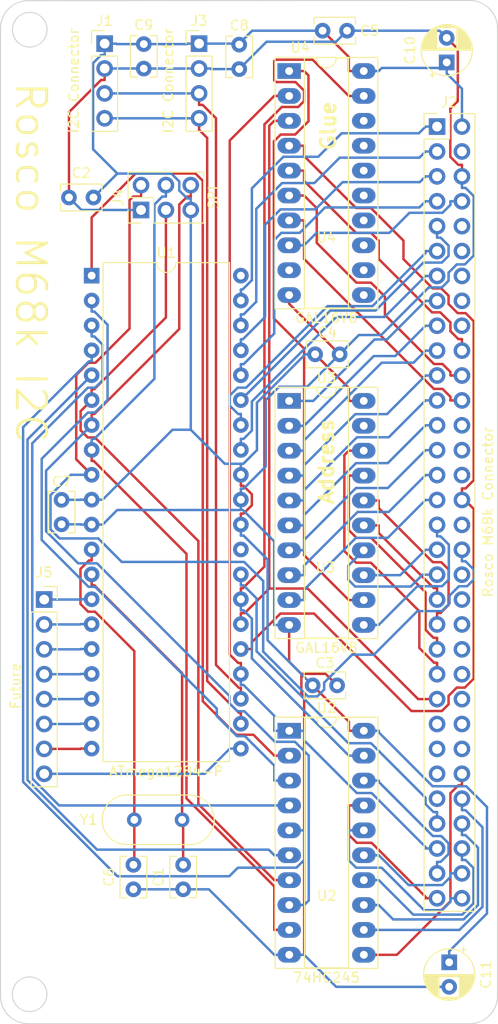
<source format=kicad_pcb>
(kicad_pcb (version 20211014) (generator pcbnew)
  (layers (0 "F.Cu" signal) (31 "B.Cu" signal) (34 "B.Paste" user) (35 "F.Paste" user) (36 "B.SilkS" user "B.Silkscreen") (37 "F.SilkS" user "F.Silkscreen") (38 "B.Mask" user) (39 "F.Mask" user) (44 "Edge.Cuts" user))
  (net 0 "")
  (net 1 "VCC")
  (net 2 "GND")
  (net 3 "/SDA")
  (net 4 "/SCL")
  (net 5 "/A1")
  (net 6 "/A2")
  (net 7 "/CLK")
  (net 8 "/A3")
  (net 9 "/A4")
  (net 10 "/~{VPA}")
  (net 11 "/A5")
  (net 12 "/E")
  (net 13 "/A6")
  (net 14 "/~{VMA}")
  (net 15 "/A7")
  (net 16 "/~{IRQ3}")
  (net 17 "/A8")
  (net 18 "/~{IOSEL}")
  (net 19 "/A9")
  (net 20 "/~{EXPSEL}")
  (net 21 "/A10")
  (net 22 "/FC0")
  (net 23 "/A11")
  (net 24 "/FC1")
  (net 25 "/A12")
  (net 26 "/FC2")
  (net 27 "/A13")
  (net 28 "/~{IRQ5}")
  (net 29 "/A14")
  (net 30 "/~{IRQ2}")
  (net 31 "/A15")
  (net 32 "/~{IRQ6}")
  (net 33 "/A16")
  (net 34 "/~{LDS}")
  (net 35 "/A17")
  (net 36 "/~{UDS}")
  (net 37 "/A18")
  (net 38 "/~{RESET}")
  (net 39 "/A19")
  (net 40 "/D15")
  (net 41 "/A20")
  (net 42 "/D14")
  (net 43 "/A21")
  (net 44 "/D13")
  (net 45 "/A22")
  (net 46 "/D12")
  (net 47 "/A23")
  (net 48 "/D11")
  (net 49 "/~{AS}")
  (net 50 "/D10")
  (net 51 "/~{BERR}")
  (net 52 "/D9")
  (net 53 "/~{BG}")
  (net 54 "/D8")
  (net 55 "/~{BGACK}")
  (net 56 "/BUSD7")
  (net 57 "/~{BR}")
  (net 58 "/BUSD6")
  (net 59 "/~{DTACK}")
  (net 60 "/BUSD5")
  (net 61 "/R~{W}")
  (net 62 "/BUSD4")
  (net 63 "/BUSD0")
  (net 64 "/BUSD3")
  (net 65 "/BUSD1")
  (net 66 "/BUSD2")
  (net 67 "/D0")
  (net 68 "/D1")
  (net 69 "/D2")
  (net 70 "/D3")
  (net 71 "/D4")
  (net 72 "/D5")
  (net 73 "/D6")
  (net 74 "/D7")
  (net 75 "/~{I2CENABLE}")
  (net 76 "/~{I2CSEL}")
  (net 85 "Net-(J5-Pad1)")
  (net 86 "Net-(J5-Pad2)")
  (net 87 "Net-(J5-Pad3)")
  (net 88 "Net-(J5-Pad4)")
  (net 89 "Net-(J5-Pad5)")
  (net 90 "Net-(J5-Pad6)")
  (net 91 "Net-(J5-Pad7)")
  (net 92 "Net-(J5-Pad8)")
  (net 97 "/XTAL1")
  (net 98 "/XTAL2")
  (footprint "Capacitor_THT:C_Rect_L4.0mm_W2.5mm_P2.50mm" (layer "F.Cu") (at 202.966 21.082)
    (fp_text reference "C5")
    (fp_text value ".1uF" hide)
  )
  (footprint "Package_DIP:DIP-20_W7.62mm_Socket_LongPads" (layer "F.Cu") (at 199.56 92.515)
    (fp_text reference "U2")
    (fp_text value "74HC245")
  )
  (footprint "Connector_PinHeader_2.54mm:PinHeader_1x04_P2.54mm_Vertical" (layer "F.Cu") (at 190.35 22.4)
    (fp_text reference "J3")
    (fp_text value "I2C Connector")
  )
  (footprint "Capacitor_THT:C_Rect_L4.0mm_W2.5mm_P2.50mm" (layer "F.Cu") (at 184.7 22.45 -90)
    (fp_text reference "C9")
    (fp_text value ".1uF")
  )
  (footprint "Capacitor_THT:C_Rect_L4.0mm_W2.5mm_P2.50mm" (layer "F.Cu") (at 202.204 54.102)
    (fp_text reference "C4")
    (fp_text value ".1uF" hide)
  )
  (footprint "Package_DIP:DIP-40_W15.24mm" (layer "F.Cu") (at 179.375 46.075)
    (fp_text reference "U1")
    (fp_text value "ATmega1284-P")
  )
  (footprint "Capacitor_THT:C_Rect_L4.0mm_W2.5mm_P2.50mm" (layer "F.Cu") (at 177.058 38.1)
    (fp_text reference "C2")
    (fp_text value ".1uF")
  )
  (footprint "Crystal:Crystal_HC49-4H_Vertical" (layer "F.Cu") (at 183.732 101.6)
    (fp_text reference "Y1")
    (fp_text value "Crystal")
  )
  (footprint "Capacitor_THT:C_Rect_L4.0mm_W2.5mm_P2.50mm" (layer "F.Cu") (at 194.45 22.5 -90)
    (fp_text reference "C8")
    (fp_text value ".1uF")
  )
  (footprint "Package_DIP:DIP-20_W7.62mm_Socket_LongPads" (layer "F.Cu") (at 199.55 25.2)
    (fp_text reference "U4")
    (fp_text value "GAL16V8")
  )
  (footprint "Capacitor_THT:CP_Radial_D5.0mm_P2.50mm" (layer "F.Cu") (at 215.9 116.1429 -90)
    (fp_text reference "C11")
    (fp_text value "100uF")
  )
  (footprint "Capacitor_THT:CP_Radial_D5.0mm_P2.50mm" (layer "F.Cu") (at 215.646 24.3191 90)
    (fp_text reference "C10")
    (fp_text value "100uF")
  )
  (footprint "Connector_PinHeader_2.54mm:PinHeader_1x04_P2.54mm_Vertical" (layer "F.Cu") (at 180.7 22.4)
    (fp_text reference "J1")
    (fp_text value "I2C Connector")
  )
  (footprint "Package_DIP:DIP-20_W7.62mm_Socket_LongPads" (layer "F.Cu") (at 199.55 58.8575)
    (fp_text reference "U3")
    (fp_text value "GAL16V8")
  )
  (footprint "Capacitor_THT:C_Rect_L4.0mm_W2.5mm_P2.50mm" (layer "F.Cu") (at 183.642 108.692 90)
    (fp_text reference "C6")
    (fp_text value "15pf" hide)
  )
  (footprint "Connector_PinHeader_2.54mm:PinHeader_2x03_P2.54mm_Vertical" (layer "F.Cu") (at 184.419 39.375 90)
    (fp_text reference "J4")
    (fp_text value "SPI")
  )
  (footprint "Capacitor_THT:C_Rect_L4.0mm_W2.5mm_P2.50mm" (layer "F.Cu") (at 176.3 68.95 -90)
    (fp_text reference "C7")
    (fp_text value ".1uF")
  )
  (footprint "Connector_PinHeader_2.54mm:PinHeader_2x32_P2.54mm_Vertical" (layer "F.Cu") (at 214.662 30.866)
    (fp_text reference "J2")
    (fp_text value "Rosco M68k Connector")
  )
  (footprint "Connector_PinSocket_2.54mm:PinSocket_1x08_P2.54mm_Vertical" (layer "F.Cu") (at 174.525 79.125)
    (fp_text reference "J5")
    (fp_text value "Future")
  )
  (footprint "Capacitor_THT:C_Rect_L4.0mm_W2.5mm_P2.50mm" (layer "F.Cu") (at 201.95 87.884)
    (fp_text reference "C3")
    (fp_text value ".1uF" hide)
  )
  (footprint "Capacitor_THT:C_Rect_L4.0mm_W2.5mm_P2.50mm" (layer "F.Cu") (at 188.722 108.692 90)
    (fp_text reference "C1")
    (fp_text value "15pf" hide)
  )
  (gr_line (start 170.060194 119.560194) (end 170.060194 20.858046) (layer "Edge.Cuts") (width 0.1))
  (gr_line (start 220.839806 119.560194) (end 220.839806 20.839806) (layer "Edge.Cuts") (width 0.1))
  (gr_arc (start 218 18) (mid 220.008046 18.83176) (end 220.839806 20.839806) (layer "Edge.Cuts") (width 0.1))
  (gr_circle (center 173.032234 119.4) (end 174.282234 120.65) (layer "Edge.Cuts") (width 0.1) (fill none))
  (gr_line (start 172.9 122.4) (end 218 122.4) (layer "Edge.Cuts") (width 0.1))
  (gr_line (start 218 18) (end 172.9 18.01824) (layer "Edge.Cuts") (width 0.1))
  (gr_circle (center 173.05 20.982234) (end 174.3 22.232234) (layer "Edge.Cuts") (width 0.1) (fill none))
  (gr_arc (start 220.839806 119.560194) (mid 220.008046 121.56824) (end 218 122.4) (layer "Edge.Cuts") (width 0.1))
  (gr_arc (start 170.060194 20.858046) (mid 170.891954 18.85) (end 172.9 18.01824) (layer "Edge.Cuts") (width 0.1))
  (gr_arc (start 172.9 122.4) (mid 170.891954 121.56824) (end 170.060194 119.560194) (layer "Edge.Cuts") (width 0.1))
  (gr_text "Address" (at 203.35 65.05 90) (layer "F.SilkS") (effects (font (size 1.5 1.5) (thickness 0.3))))
  (gr_text "Rosco M68k I2C" (at 173.15 44.75 -90) (layer "F.SilkS") (effects (font (size 3 3) (thickness 0.3))))
  (gr_text "Glue" (at 203.55 30.8 90) (layer "F.SilkS") (effects (font (size 1.5 1.5) (thickness 0.3))))
  (segment (start 195.7403 68.3819) (end 195.7403 69.5058) (width 0.25) (layer "F.Cu") (net 1))
  (segment (start 205.6447 23.7607) (end 202.966 21.082) (width 0.25) (layer "F.Cu") (net 1))
  (segment (start 207.17 25.2) (end 205.6447 25.2) (width 0.25) (layer "F.Cu") (net 1))
  (segment (start 207.18 92.515) (end 205.6547 92.515) (width 0.25) (layer "F.Cu") (net 1))
  (segment (start 201.95 87.884) (end 205.6547 91.5887) (width 0.25) (layer "F.Cu") (net 1))
  (segment (start 194.8787 67.5203) (end 195.7403 68.3819) (width 0.25) (layer "F.Cu") (net 1))
  (segment (start 205.6547 91.5887) (end 205.6547 92.515) (width 0.25) (layer "F.Cu") (net 1))
  (segment (start 194.615 67.5203) (end 194.8787 67.5203) (width 0.25) (layer "F.Cu") (net 1))
  (segment (start 194.615 71.475) (end 194.615 70.3497) (width 0.25) (layer "F.Cu") (net 1))
  (segment (start 205.6447 25.2) (end 205.6447 23.7607) (width 0.25) (layer "F.Cu") (net 1))
  (segment (start 207.17 58.8575) (end 205.6447 58.8575) (width 0.25) (layer "F.Cu") (net 1))
  (segment (start 194.8964 70.3497) (end 194.615 70.3497) (width 0.25) (layer "F.Cu") (net 1))
  (segment (start 195.7403 69.5058) (end 194.8964 70.3497) (width 0.25) (layer "F.Cu") (net 1))
  (segment (start 205.6447 57.5427) (end 205.6447 58.8575) (width 0.25) (layer "F.Cu") (net 1))
  (segment (start 202.204 54.102) (end 205.6447 57.5427) (width 0.25) (layer "F.Cu") (net 1))
  (segment (start 194.615 66.395) (end 194.615 67.5203) (width 0.25) (layer "F.Cu") (net 1))
  (segment (start 217.202 30.866) (end 217.202 27.0004) (width 0.25) (layer "B.Cu") (net 1))
  (segment (start 176.3 68.95) (end 178.2347 68.95) (width 0.25) (layer "B.Cu") (net 1))
  (segment (start 188.3237 37.3918) (end 189.1316 38.1997) (width 0.25) (layer "B.Cu") (net 1))
  (segment (start 178.8124 68.935) (end 179.375 68.935) (width 0.25) (layer "B.Cu") (net 1))
  (segment (start 179.375 68.935) (end 180.5003 68.935) (width 0.25) (layer "B.Cu") (net 1))
  (segment (start 189.499 39.375) (end 189.499 38.1997) (width 0.25) (layer "B.Cu") (net 1))
  (segment (start 179.5203 33.1815) (end 179.5203 24.3877) (width 0.25) (layer "B.Cu") (net 1))
  (segment (start 219.7618 100.2941) (end 219.7618 111.1558) (width 0.25) (layer "B.Cu") (net 1))
  (segment (start 181.9253 22.45) (end 181.8753 22.4) (width 0.25) (layer "B.Cu") (net 1))
  (segment (start 181.9984 35.6596) (end 179.5203 33.1815) (width 0.25) (layer "B.Cu") (net 1))
  (segment (start 207.17 25.2) (end 208.6953 25.2) (width 0.25) (layer "B.Cu") (net 1))
  (segment (start 194.615 71.475) (end 194.615 72.6003) (width 0.25) (layer "B.Cu") (net 1))
  (segment (start 194.45 22.4) (end 191.5253 22.4) (width 0.25) (layer "B.Cu") (net 1))
  (segment (start 217.6437 98.176) (end 219.7618 100.2941) (width 0.25) (layer "B.Cu") (net 1))
  (segment (start 189.1316 38.1997) (end 189.499 38.1997) (width 0.25) (layer "B.Cu") (net 1))
  (segment (start 189.499 39.375) (end 189.499 61.8001) (width 0.25) (layer "B.Cu") (net 1))
  (segment (start 180.7 22.4) (end 181.8753 22.4) (width 0.25) (layer "B.Cu") (net 1))
  (segment (start 194.869 65.2697) (end 194.615 65.2697) (width 0.25) (layer "B.Cu") (net 1))
  (segment (start 178.2347 68.95) (end 178.2497 68.935) (width 0.25) (layer "B.Cu") (net 1))
  (segment (start 194.615 66.395) (end 194.615 65.2697) (width 0.25) (layer "B.Cu") (net 1))
  (segment (start 215.9 116.1429) (end 215.9 115.0176) (width 0.25) (layer "B.Cu") (net 1))
  (segment (start 215.646 24.8817) (end 215.646 25.4444) (width 0.25) (layer "B.Cu") (net 1))
  (segment (start 189.1747 22.4) (end 189.1247 22.45) (width 0.25) (layer "B.Cu") (net 1))
  (segment (start 189.1247 22.45) (end 184.7 22.45) (width 0.25) (layer "B.Cu") (net 1))
  (segment (start 201.95 87.884) (end 197.3494 83.2834) (width 0.25) (layer "B.Cu") (net 1))
  (segment (start 187.5182 35.6596) (end 188.3237 36.4651) (width 0.25) (layer "B.Cu") (net 1))
  (segment (start 215.646 24.8817) (end 209.0136 24.8817) (width 0.25) (layer "B.Cu") (net 1))
  (segment (start 181.9984 35.6596) (end 187.5182 35.6596) (width 0.25) (layer "B.Cu") (net 1))
  (segment (start 188.3237 36.4651) (end 188.3237 37.3918) (width 0.25) (layer "B.Cu") (net 1))
  (segment (start 187.6352 61.8001) (end 189.499 61.8001) (width 0.25) (layer "B.Cu") (net 1))
  (segment (start 208.7053 92.6736) (end 214.2077 98.176) (width 0.25) (layer "B.Cu") (net 1))
  (segment (start 217.202 27.0004) (end 215.646 25.4444) (width 0.25) (layer "B.Cu") (net 1))
  (segment (start 179.558 38.1) (end 181.9984 35.6596) (width 0.25) (layer "B.Cu") (net 1))
  (segment (start 208.7053 92.515) (end 208.7053 92.6736) (width 0.25) (layer "B.Cu") (net 1))
  (segment (start 209.0136 24.8817) (end 208.6953 25.2) (width 0.25) (layer "B.Cu") (net 1))
  (segment (start 189.499 61.8001) (end 192.9686 65.2697) (width 0.25) (layer "B.Cu") (net 1))
  (segment (start 180.7 22.4) (end 180.7 23.5753) (width 0.25) (layer "B.Cu") (net 1))
  (segment (start 201.1944 54.102) (end 196.2581 59.0383) (width 0.25) (layer "B.Cu") (net 1))
  (segment (start 180.3327 23.5753) (end 180.7 23.5753) (width 0.25) (layer "B.Cu") (net 1))
  (segment (start 194.45 22.5) (end 194.45 22.4) (width 0.25) (layer "B.Cu") (net 1))
  (segment (start 219.7618 111.1558) (end 215.9 115.0176) (width 0.25) (layer "B.Cu") (net 1))
  (segment (start 180.5003 68.935) (end 187.6352 61.8001) (width 0.25) (layer "B.Cu") (net 1))
  (segment (start 196.2581 63.8806) (end 194.869 65.2697) (width 0.25) (layer "B.Cu") (net 1))
  (segment (start 196.2581 59.0383) (end 196.2581 63.8806) (width 0.25) (layer "B.Cu") (net 1))
  (segment (start 214.2077 98.176) (end 217.6437 98.176) (width 0.25) (layer "B.Cu") (net 1))
  (segment (start 178.8124 68.935) (end 178.2497 68.935) (width 0.25) (layer "B.Cu") (net 1))
  (segment (start 195.768 21.082) (end 202.966 21.082) (width 0.25) (layer "B.Cu") (net 1))
  (segment (start 197.3494 75.0533) (end 194.8964 72.6003) (width 0.25) (layer "B.Cu") (net 1))
  (segment (start 194.45 22.4) (end 195.768 21.082) (width 0.25) (layer "B.Cu") (net 1))
  (segment (start 190.35 22.4) (end 189.1747 22.4) (width 0.25) (layer "B.Cu") (net 1))
  (segment (start 197.3494 83.2834) (end 197.3494 75.0533) (width 0.25) (layer "B.Cu") (net 1))
  (segment (start 179.5203 24.3877) (end 180.3327 23.5753) (width 0.25) (layer "B.Cu") (net 1))
  (segment (start 207.18 92.515) (end 208.7053 92.515) (width 0.25) (layer "B.Cu") (net 1))
  (segment (start 190.35 22.4) (end 191.5253 22.4) (width 0.25) (layer "B.Cu") (net 1))
  (segment (start 194.8964 72.6003) (end 194.615 72.6003) (width 0.25) (layer "B.Cu") (net 1))
  (segment (start 184.7 22.45) (end 181.9253 22.45) (width 0.25) (layer "B.Cu") (net 1))
  (segment (start 192.9686 65.2697) (end 194.615 65.2697) (width 0.25) (layer "B.Cu") (net 1))
  (segment (start 215.646 24.3191) (end 215.646 24.8817) (width 0.25) (layer "B.Cu") (net 1))
  (segment (start 202.204 54.102) (end 201.1944 54.102) (width 0.25) (layer "B.Cu") (net 1))
  (segment (start 216.7809 22.954) (end 215.646 21.8191) (width 0.25) (layer "F.Cu") (net 2))
  (segment (start 216.8347 34.7707) (end 216.0146 33.9506) (width 0.25) (layer "F.Cu") (net 2))
  (segment (start 200.7974 86.7078) (end 200.7974 88.7214) (width 0.25) (layer "F.Cu") (net 2))
  (segment (start 200.7974 88.7214) (end 201.0853 89.0093) (width 0.25) (layer "F.Cu") (net 2))
  (segment (start 216.0146 29.032) (end 216.7809 28.2657) (width 0.25) (layer "F.Cu") (net 2))
  (segment (start 180.7 26.1153) (end 180.3327 26.1153) (width 0.25) (layer "F.Cu") (net 2))
  (segment (start 180.3327 26.1153) (end 177.058 29.39) (width 0.25) (layer "F.Cu") (net 2))
  (segment (start 216.7809 28.2657) (end 216.7809 22.954) (width 0.25) (layer "F.Cu") (net 2))
  (segment (start 203.2738 86.7078) (end 204.45 87.884) (width 0.25) (layer "F.Cu") (net 2))
  (segment (start 217.202 34.7707) (end 216.8347 34.7707) (width 0.25) (layer "F.Cu") (net 2))
  (segment (start 200.7974 86.7078) (end 203.2738 86.7078) (width 0.25) (layer "F.Cu") (net 2))
  (segment (start 180.7 24.94) (end 180.7 26.1153) (width 0.25) (layer "F.Cu") (net 2))
  (segment (start 199.55 85.4604) (end 200.7974 86.7078) (width 0.25) (layer "F.Cu") (net 2))
  (segment (start 204.704 54.102) (end 199.55 48.948) (width 0.25) (layer "F.Cu") (net 2))
  (segment (start 199.55 81.7175) (end 199.55 85.4604) (width 0.25) (layer "F.Cu") (net 2))
  (segment (start 217.202 35.946) (end 217.202 34.7707) (width 0.25) (layer "F.Cu") (net 2))
  (segment (start 201.0853 89.0093) (end 201.0853 115.375) (width 0.25) (layer "F.Cu") (net 2))
  (segment (start 216.0146 33.9506) (end 216.0146 29.032) (width 0.25) (layer "F.Cu") (net 2))
  (segment (start 199.55 48.948) (end 199.55 48.06) (width 0.25) (layer "F.Cu") (net 2))
  (segment (start 177.058 29.39) (end 177.058 38.1) (width 0.25) (layer "F.Cu") (net 2))
  (segment (start 199.56 115.375) (end 201.0853 115.375) (width 0.25) (layer "F.Cu") (net 2))
  (segment (start 217.202 37.1213) (end 217.5693 37.1213) (width 0.25) (layer "B.Cu") (net 2))
  (segment (start 208.9526 52.1355) (end 206.6705 52.1355) (width 0.25) (layer "B.Cu") (net 2))
  (segment (start 206.6705 52.1355) (end 204.704 54.102) (width 0.25) (layer "B.Cu") (net 2))
  (segment (start 190.35 24.94) (end 189.1747 24.94) (width 0.25) (layer "B.Cu") (net 2))
  (segment (start 184.7 24.945) (end 184.7 24.95) (width 0.25) (layer "B.Cu") (net 2))
  (segment (start 194.615 68.935) (end 194.615 69.9894) (width 0.25) (layer "B.Cu") (net 2))
  (segment (start 190.35 24.94) (end 191.5253 24.94) (width 0.25) (layer "B.Cu") (net 2))
  (segment (start 199.56 115.375) (end 201.0853 115.375) (width 0.25) (layer "B.Cu") (net 2))
  (segment (start 216.6764 44.9306) (end 215.8374 45.7696) (width 0.25) (layer "B.Cu") (net 2))
  (segment (start 217.202 35.946) (end 217.202 37.1213) (width 0.25) (layer "B.Cu") (net 2))
  (segment (start 194.8963 67.8097) (end 194.615 67.8097) (width 0.25) (layer "B.Cu") (net 2))
  (segment (start 178.333 39.375) (end 177.058 38.1) (width 0.25) (layer "B.Cu") (net 2))
  (segment (start 178.8124 71.475) (end 179.375 71.475) (width 0.25) (layer "B.Cu") (net 2))
  (segment (start 176.3 71.45) (end 178.2247 71.45) (width 0.25) (layer "B.Cu") (net 2))
  (segment (start 204.3406 22.2074) (end 205.466 21.082) (width 0.25) (layer "B.Cu") (net 2))
  (segment (start 198.0347 115.375) (end 191.3517 108.692) (width 0.25) (layer "B.Cu") (net 2))
  (segment (start 215.8374 46.5954) (end 215.1514 47.2814) (width 0.25) (layer "B.Cu") (net 2))
  (segment (start 199.55 81.7175) (end 198.0247 81.7175) (width 0.25) (layer "B.Cu") (net 2))
  (segment (start 197.2426 22.2074) (end 204.3406 22.2074) (width 0.25) (layer "B.Cu") (net 2))
  (segment (start 178.2247 71.45) (end 178.2497 71.475) (width 0.25) (layer "B.Cu") (net 2))
  (segment (start 198.7974 115.375) (end 199.56 115.375) (width 0.25) (layer "B.Cu") (net 2))
  (segment (start 188.722 108.692) (end 183.642 108.692) (width 0.25) (layer "B.Cu") (net 2))
  (segment (start 215.1514 47.2814) (end 213.8067 47.2814) (width 0.25) (layer "B.Cu") (net 2))
  (segment (start 191.3517 108.692) (end 188.722 108.692) (width 0.25) (layer "B.Cu") (net 2))
  (segment (start 180.7 24.94) (end 184.695 24.94) (width 0.25) (layer "B.Cu") (net 2))
  (segment (start 194.615 69.9894) (end 194.8254 69.9894) (width 0.25) (layer "B.Cu") (net 2))
  (segment (start 215.8374 45.7696) (end 215.8374 46.5954) (width 0.25) (layer "B.Cu") (net 2))
  (segment (start 204.704 54.102) (end 201.3914 57.4146) (width 0.25) (layer "B.Cu") (net 2))
  (segment (start 191.5853 25) (end 194.45 25) (width 0.25) (layer "B.Cu") (net 2))
  (segment (start 178.8124 71.475) (end 178.2497 71.475) (width 0.25) (layer "B.Cu") (net 2))
  (segment (start 194.615 68.935) (end 194.615 67.8097) (width 0.25) (layer "B.Cu") (net 2))
  (segment (start 201.0853 115.375) (end 204.3532 118.6429) (width 0.25) (layer "B.Cu") (net 2))
  (segment (start 218.4033 37.9553) (end 218.4033 44.0272) (width 0.25) (layer "B.Cu") (net 2))
  (segment (start 179.375 71.475) (end 180.5003 71.475) (width 0.25) (layer "B.Cu") (net 2))
  (segment (start 181.9859 69.9894) (end 180.5003 71.475) (width 0.25) (layer "B.Cu") (net 2))
  (segment (start 204.3532 118.6429) (end 215.9 118.6429) (width 0.25) (layer "B.Cu") (net 2))
  (segment (start 191.5253 24.94) (end 191.5853 25) (width 0.25) (layer "B.Cu") (net 2))
  (segment (start 214.9089 21.082) (end 215.646 21.8191) (width 0.25) (layer "B.Cu") (net 2))
  (segment (start 197.1578 58.7755) (end 197.1578 65.5482) (width 0.25) (layer "B.Cu") (net 2))
  (segment (start 189.1697 24.945) (end 189.1747 24.94) (width 0.25) (layer "B.Cu") (net 2))
  (segment (start 218.4033 44.0272) (end 217.4999 44.9306) (width 0.25) (layer "B.Cu") (net 2))
  (segment (start 213.8067 47.2814) (end 208.9526 52.1355) (width 0.25) (layer "B.Cu") (net 2))
  (segment (start 194.45 25) (end 197.2426 22.2074) (width 0.25) (layer "B.Cu") (net 2))
  (segment (start 184.7 24.945) (end 189.1697 24.945) (width 0.25) (layer "B.Cu") (net 2))
  (segment (start 198.5187 57.4146) (end 197.1578 58.7755) (width 0.25) (layer "B.Cu") (net 2))
  (segment (start 197.1578 65.5482) (end 194.8963 67.8097) (width 0.25) (layer "B.Cu") (net 2))
  (segment (start 194.8254 69.9894) (end 198.0247 73.1887) (width 0.25) (layer "B.Cu") (net 2))
  (segment (start 198.7974 115.375) (end 198.0347 115.375) (width 0.25) (layer "B.Cu") (net 2))
  (segment (start 205.466 21.082) (end 214.9089 21.082) (width 0.25) (layer "B.Cu") (net 2))
  (segment (start 217.5693 37.1213) (end 218.4033 37.9553) (width 0.25) (layer "B.Cu") (net 2))
  (segment (start 201.3914 57.4146) (end 198.5187 57.4146) (width 0.25) (layer "B.Cu") (net 2))
  (segment (start 184.419 39.375) (end 178.333 39.375) (width 0.25) (layer "B.Cu") (net 2))
  (segment (start 194.615 69.9894) (end 181.9859 69.9894) (width 0.25) (layer "B.Cu") (net 2))
  (segment (start 217.4999 44.9306) (end 216.6764 44.9306) (width 0.25) (layer "B.Cu") (net 2))
  (segment (start 184.695 24.94) (end 184.7 24.945) (width 0.25) (layer "B.Cu") (net 2))
  (segment (start 198.0247 73.1887) (end 198.0247 81.7175) (width 0.25) (layer "B.Cu") (net 2))
  (segment (start 190.35 27.48) (end 190.35 28.6553) (width 0.25) (layer "F.Cu") (net 3))
  (segment (start 194.615 88.1297) (end 194.4103 88.1297) (width 0.25) (layer "F.Cu") (net 3))
  (segment (start 194.4103 88.1297) (end 192.0751 85.7945) (width 0.25) (layer "F.Cu") (net 3))
  (segment (start 194.615 89.255) (end 194.615 88.1297) (width 0.25) (layer "F.Cu") (net 3))
  (segment (start 192.0751 30.013) (end 190.7174 28.6553) (width 0.25) (layer "F.Cu") (net 3))
  (segment (start 190.7174 28.6553) (end 190.35 28.6553) (width 0.25) (layer "F.Cu") (net 3))
  (segment (start 192.0751 85.7945) (end 192.0751 30.013) (width 0.25) (layer "F.Cu") (net 3))
  (segment (start 180.7 27.48) (end 190.35 27.48) (width 0.25) (layer "B.Cu") (net 3))
  (segment (start 191.1747 32.02) (end 190.35 31.1953) (width 0.25) (layer "F.Cu") (net 4))
  (segment (start 190.35 30.02) (end 190.35 31.1953) (width 0.25) (layer "F.Cu") (net 4))
  (segment (start 194.4105 90.6697) (end 191.1747 87.4339) (width 0.25) (layer "F.Cu") (net 4))
  (segment (start 194.615 90.6697) (end 194.4105 90.6697) (width 0.25) (layer "F.Cu") (net 4))
  (segment (start 191.1747 87.4339) (end 191.1747 32.02) (width 0.25) (layer "F.Cu") (net 4))
  (segment (start 194.615 91.795) (end 194.615 90.6697) (width 0.25) (layer "F.Cu") (net 4))
  (segment (start 180.7 30.02) (end 190.35 30.02) (width 0.25) (layer "B.Cu") (net 4))
  (segment (start 194.615 48.615) (end 194.615 47.4897) (width 0.25) (layer "B.Cu") (net 5))
  (segment (start 198.9632 33.9454) (end 195.7403 37.1683) (width 0.25) (layer "B.Cu") (net 5))
  (segment (start 202.5199 33.9454) (end 198.9632 33.9454) (width 0.25) (layer "B.Cu") (net 5))
  (segment (start 195.7403 46.5413) (end 194.7919 47.4897) (width 0.25) (layer "B.Cu") (net 5))
  (segment (start 214.662 30.866) (end 213.4867 30.866) (width 0.25) (layer "B.Cu") (net 5))
  (segment (start 204.9153 31.55) (end 202.5199 33.9454) (width 0.25) (layer "B.Cu") (net 5))
  (segment (start 213.4867 30.866) (end 212.8027 31.55) (width 0.25) (layer "B.Cu") (net 5))
  (segment (start 195.7403 37.1683) (end 195.7403 46.5413) (width 0.25) (layer "B.Cu") (net 5))
  (segment (start 194.7919 47.4897) (end 194.615 47.4897) (width 0.25) (layer "B.Cu") (net 5))
  (segment (start 212.8027 31.55) (end 204.9153 31.55) (width 0.25) (layer "B.Cu") (net 5))
  (segment (start 196.1906 39.2623) (end 196.1906 48.7355) (width 0.25) (layer "B.Cu") (net 6))
  (segment (start 202.1253 36.63) (end 198.8229 36.63) (width 0.25) (layer "B.Cu") (net 6))
  (segment (start 214.662 33.406) (end 213.4867 33.406) (width 0.25) (layer "B.Cu") (net 6))
  (segment (start 213.4867 33.406) (end 212.8543 34.0384) (width 0.25) (layer "B.Cu") (net 6))
  (segment (start 204.7169 34.0384) (end 202.1253 36.63) (width 0.25) (layer "B.Cu") (net 6))
  (segment (start 194.615 51.155) (end 194.615 50.0297) (width 0.25) (layer "B.Cu") (net 6))
  (segment (start 196.1906 48.7355) (end 194.8964 50.0297) (width 0.25) (layer "B.Cu") (net 6))
  (segment (start 212.8543 34.0384) (end 204.7169 34.0384) (width 0.25) (layer "B.Cu") (net 6))
  (segment (start 198.8229 36.63) (end 196.1906 39.2623) (width 0.25) (layer "B.Cu") (net 6))
  (segment (start 194.8964 50.0297) (end 194.615 50.0297) (width 0.25) (layer "B.Cu") (net 6))
  (segment (start 202.2297 39.3146) (end 198.6668 39.3146) (width 0.25) (layer "B.Cu") (net 8))
  (segment (start 194.8193 52.5697) (end 194.615 52.5697) (width 0.25) (layer "B.Cu") (net 8))
  (segment (start 214.662 35.946) (end 213.4867 35.946) (width 0.25) (layer "B.Cu") (net 8))
  (segment (start 194.615 53.695) (end 194.615 52.5697) (width 0.25) (layer "B.Cu") (net 8))
  (segment (start 213.4867 35.946) (end 212.8963 36.5364) (width 0.25) (layer "B.Cu") (net 8))
  (segment (start 205.0079 36.5364) (end 202.2297 39.3146) (width 0.25) (layer "B.Cu") (net 8))
  (segment (start 212.8963 36.5364) (end 205.0079 36.5364) (width 0.25) (layer "B.Cu") (net 8))
  (segment (start 197.0912 40.8902) (end 197.0912 50.2978) (width 0.25) (layer "B.Cu") (net 8))
  (segment (start 198.6668 39.3146) (end 197.0912 40.8902) (width 0.25) (layer "B.Cu") (net 8))
  (segment (start 197.0912 50.2978) (end 194.8193 52.5697) (width 0.25) (layer "B.Cu") (net 8))
  (segment (start 198.0246 51.9814) (end 194.8963 55.1097) (width 0.25) (layer "B.Cu") (net 9))
  (segment (start 198.7559 41.7102) (end 198.0246 42.4415) (width 0.25) (layer "B.Cu") (net 9))
  (segment (start 200.6248 41.7102) (end 198.7559 41.7102) (width 0.25) (layer "B.Cu") (net 9))
  (segment (start 214.662 38.486) (end 213.4867 38.486) (width 0.25) (layer "B.Cu") (net 9))
  (segment (start 213.4867 38.486) (end 212.8543 39.1184) (width 0.25) (layer "B.Cu") (net 9))
  (segment (start 212.8543 39.1184) (end 203.2166 39.1184) (width 0.25) (layer "B.Cu") (net 9))
  (segment (start 203.2166 39.1184) (end 200.6248 41.7102) (width 0.25) (layer "B.Cu") (net 9))
  (segment (start 198.0246 42.4415) (end 198.0246 51.9814) (width 0.25) (layer "B.Cu") (net 9))
  (segment (start 194.8963 55.1097) (end 194.615 55.1097) (width 0.25) (layer "B.Cu") (net 9))
  (segment (start 194.615 56.235) (end 194.615 55.1097) (width 0.25) (layer "B.Cu") (net 9))
  (segment (start 216.0267 38.486) (end 216.0267 38.8534) (width 0.25) (layer "B.Cu") (net 10))
  (segment (start 215.2188 39.6613) (end 211.8451 39.6613) (width 0.25) (layer "B.Cu") (net 10))
  (segment (start 199.55 42.98) (end 201.0753 42.98) (width 0.25) (layer "B.Cu") (net 10))
  (segment (start 216.0267 38.8534) (end 215.2188 39.6613) (width 0.25) (layer "B.Cu") (net 10))
  (segment (start 211.8451 39.6613) (end 209.7964 41.71) (width 0.25) (layer "B.Cu") (net 10))
  (segment (start 217.202 38.486) (end 216.0267 38.486) (width 0.25) (layer "B.Cu") (net 10))
  (segment (start 202.3453 41.71) (end 201.0753 42.98) (width 0.25) (layer "B.Cu") (net 10))
  (segment (start 209.7964 41.71) (end 202.3453 41.71) (width 0.25) (layer "B.Cu") (net 10))
  (segment (start 208.3728 49.6358) (end 203.7542 49.6358) (width 0.25) (layer "B.Cu") (net 11))
  (segment (start 215.8374 44.0554) (end 215.1514 44.7414) (width 0.25) (layer "B.Cu") (net 11))
  (segment (start 215.0293 42.2013) (end 215.8374 43.0094) (width 0.25) (layer "B.Cu") (net 11))
  (segment (start 214.662 41.026) (end 214.662 42.2013) (width 0.25) (layer "B.Cu") (net 11))
  (segment (start 215.1514 44.7414) (end 213.2672 44.7414) (width 0.25) (layer "B.Cu") (net 11))
  (segment (start 203.7542 49.6358) (end 194.615 58.775) (width 0.25) (layer "B.Cu") (net 11))
  (segment (start 214.662 42.2013) (end 215.0293 42.2013) (width 0.25) (layer "B.Cu") (net 11))
  (segment (start 215.8374 43.0094) (end 215.8374 44.0554) (width 0.25) (layer "B.Cu") (net 11))
  (segment (start 213.2672 44.7414) (end 208.3728 49.6358) (width 0.25) (layer "B.Cu") (net 11))
  (segment (start 213.4867 43.566) (end 213.4867 43.7608) (width 0.25) (layer "B.Cu") (net 13))
  (segment (start 214.662 43.566) (end 213.4867 43.566) (width 0.25) (layer "B.Cu") (net 13))
  (segment (start 194.615 61.315) (end 194.615 60.1897) (width 0.25) (layer "B.Cu") (net 13))
  (segment (start 195.1582 57.505) (end 194.2932 57.505) (width 0.25) (layer "B.Cu") (net 13))
  (segment (start 194.2932 57.505) (end 193.4897 58.3085) (width 0.25) (layer "B.Cu") (net 13))
  (segment (start 203.4778 49.1854) (end 195.1582 57.505) (width 0.25) (layer "B.Cu") (net 13))
  (segment (start 193.4897 59.3458) (end 194.3336 60.1897) (width 0.25) (layer "B.Cu") (net 13))
  (segment (start 194.3336 60.1897) (end 194.615 60.1897) (width 0.25) (layer "B.Cu") (net 13))
  (segment (start 213.4867 43.7608) (end 208.0621 49.1854) (width 0.25) (layer "B.Cu") (net 13))
  (segment (start 193.4897 58.3085) (end 193.4897 59.3458) (width 0.25) (layer "B.Cu") (net 13))
  (segment (start 208.0621 49.1854) (end 203.4778 49.1854) (width 0.25) (layer "B.Cu") (net 13))
  (segment (start 209.2991 50.2936) (end 204.3659 50.2936) (width 0.25) (layer "B.Cu") (net 15))
  (segment (start 195.7403 61.8858) (end 194.8964 62.7297) (width 0.25) (layer "B.Cu") (net 15))
  (segment (start 214.662 46.106) (end 213.4867 46.106) (width 0.25) (layer "B.Cu") (net 15))
  (segment (start 213.4867 46.106) (end 209.2991 50.2936) (width 0.25) (layer "B.Cu") (net 15))
  (segment (start 194.615 63.855) (end 194.615 62.7297) (width 0.25) (layer "B.Cu") (net 15))
  (segment (start 204.3659 50.2936) (end 195.7403 58.9192) (width 0.25) (layer "B.Cu") (net 15))
  (segment (start 194.8964 62.7297) (end 194.615 62.7297) (width 0.25) (layer "B.Cu") (net 15))
  (segment (start 195.7403 58.9192) (end 195.7403 61.8858) (width 0.25) (layer "B.Cu") (net 15))
  (segment (start 209.5468 52.5859) (end 208.2788 52.5859) (width 0.25) (layer "B.Cu") (net 17))
  (segment (start 208.2788 52.5859) (end 202.0072 58.8575) (width 0.25) (layer "B.Cu") (net 17))
  (segment (start 202.0072 58.8575) (end 199.55 58.8575) (width 0.25) (layer "B.Cu") (net 17))
  (segment (start 213.4867 48.646) (end 209.5468 52.5859) (width 0.25) (layer "B.Cu") (net 17))
  (segment (start 214.662 48.646) (end 213.4867 48.646) (width 0.25) (layer "B.Cu") (net 17))
  (segment (start 199.55 61.3975) (end 201.0753 61.3975) (width 0.25) (layer "B.Cu") (net 19))
  (segment (start 214.662 51.186) (end 213.4867 51.186) (width 0.25) (layer "B.Cu") (net 19))
  (segment (start 210.3922 54.2805) (end 208.1923 54.2805) (width 0.25) (layer "B.Cu") (net 19))
  (segment (start 208.1923 54.2805) (end 201.0753 61.3975) (width 0.25) (layer "B.Cu") (net 19))
  (segment (start 213.4867 51.186) (end 210.3922 54.2805) (width 0.25) (layer "B.Cu") (net 19))
  (segment (start 199.55 63.9375) (end 201.0753 63.9375) (width 0.25) (layer "B.Cu") (net 21))
  (segment (start 212.2568 54.9559) (end 213.4867 53.726) (width 0.25) (layer "B.Cu") (net 21))
  (segment (start 214.662 53.726) (end 213.4867 53.726) (width 0.25) (layer "B.Cu") (net 21))
  (segment (start 209.0083 54.9559) (end 212.2568 54.9559) (width 0.25) (layer "B.Cu") (net 21))
  (segment (start 201.0753 63.9375) (end 201.0753 62.8889) (width 0.25) (layer "B.Cu") (net 21))
  (segment (start 201.0753 62.8889) (end 209.0083 54.9559) (width 0.25) (layer "B.Cu") (net 21))
  (segment (start 214.9921 49.8214) (end 216.0267 50.856) (width 0.25) (layer "F.Cu") (net 22))
  (segment (start 208.6954 42.4962) (end 208.6954 44.3702) (width 0.25) (layer "F.Cu") (net 22))
  (segment (start 201.0753 35.36) (end 201.0753 36.4086) (width 0.25) (layer "F.Cu") (net 22))
  (segment (start 216.0267 51.7428) (end 216.8346 52.5507) (width 0.25) (layer "F.Cu") (net 22))
  (segment (start 217.202 53.726) (end 217.202 52.5507) (width 0.25) (layer "F.Cu") (net 22))
  (segment (start 199.55 35.36) (end 201.0753 35.36) (width 0.25) (layer "F.Cu") (net 22))
  (segment (start 216.8346 52.5507) (end 217.202 52.5507) (width 0.25) (layer "F.Cu") (net 22))
  (segment (start 208.6954 44.3702) (end 214.1466 49.8214) (width 0.25) (layer "F.Cu") (net 22))
  (segment (start 207.9092 41.71) (end 208.6954 42.4962) (width 0.25) (layer "F.Cu") (net 22))
  (segment (start 216.0267 50.856) (end 216.0267 51.7428) (width 0.25) (layer "F.Cu") (net 22))
  (segment (start 214.1466 49.8214) (end 214.9921 49.8214) (width 0.25) (layer "F.Cu") (net 22))
  (segment (start 201.0753 36.4086) (end 206.3767 41.71) (width 0.25) (layer "F.Cu") (net 22))
  (segment (start 206.3767 41.71) (end 207.9092 41.71) (width 0.25) (layer "F.Cu") (net 22))
  (segment (start 201.0753 66.4775) (end 201.0753 65.44) (width 0.25) (layer "B.Cu") (net 23))
  (segment (start 214.662 56.266) (end 213.4867 56.266) (width 0.25) (layer "B.Cu") (net 23))
  (segment (start 199.55 66.4775) (end 201.0753 66.4775) (width 0.25) (layer "B.Cu") (net 23))
  (segment (start 206.3073 60.208) (end 209.5447 60.208) (width 0.25) (layer "B.Cu") (net 23))
  (segment (start 209.5447 60.208) (end 213.4867 56.266) (width 0.25) (layer "B.Cu") (net 23))
  (segment (start 201.0753 65.44) (end 206.3073 60.208) (width 0.25) (layer "B.Cu") (net 23))
  (segment (start 214.3456 55.0907) (end 209.3319 50.077) (width 0.25) (layer "F.Cu") (net 24))
  (segment (start 206.4236 46.79) (end 202.3692 42.7356) (width 0.25) (layer "F.Cu") (net 24))
  (segment (start 202.3692 42.7356) (end 202.3692 39.1939) (width 0.25) (layer "F.Cu") (net 24))
  (segment (start 199.55 37.9) (end 201.0753 37.9) (width 0.25) (layer "F.Cu") (net 24))
  (segment (start 202.3692 39.1939) (end 201.0753 37.9) (width 0.25) (layer "F.Cu") (net 24))
  (segment (start 217.202 56.266) (end 216.0267 56.266) (width 0.25) (layer "F.Cu") (net 24))
  (segment (start 207.9108 46.79) (end 206.4236 46.79) (width 0.25) (layer "F.Cu") (net 24))
  (segment (start 216.0267 56.266) (end 216.0267 55.8986) (width 0.25) (layer "F.Cu") (net 24))
  (segment (start 215.2188 55.0907) (end 214.3456 55.0907) (width 0.25) (layer "F.Cu") (net 24))
  (segment (start 209.3319 48.2111) (end 207.9108 46.79) (width 0.25) (layer "F.Cu") (net 24))
  (segment (start 216.0267 55.8986) (end 215.2188 55.0907) (width 0.25) (layer "F.Cu") (net 24))
  (segment (start 209.3319 50.077) (end 209.3319 48.2111) (width 0.25) (layer "F.Cu") (net 24))
  (segment (start 201.0753 67.9689) (end 206.477 62.5672) (width 0.25) (layer "B.Cu") (net 25))
  (segment (start 214.662 58.806) (end 213.4867 58.806) (width 0.25) (layer "B.Cu") (net 25))
  (segment (start 201.0753 69.0175) (end 201.0753 67.9689) (width 0.25) (layer "B.Cu") (net 25))
  (segment (start 199.55 69.0175) (end 201.0753 69.0175) (width 0.25) (layer "B.Cu") (net 25))
  (segment (start 206.477 62.5672) (end 209.7255 62.5672) (width 0.25) (layer "B.Cu") (net 25))
  (segment (start 209.7255 62.5672) (end 213.4867 58.806) (width 0.25) (layer "B.Cu") (net 25))
  (segment (start 216.0267 58.806) (end 216.0267 58.4386) (width 0.25) (layer "F.Cu") (net 26))
  (segment (start 201.0753 44.3701) (end 201.0753 40.44) (width 0.25) (layer "F.Cu") (net 26))
  (segment (start 214.3359 57.6307) (end 201.0753 44.3701) (width 0.25) (layer "F.Cu") (net 26))
  (segment (start 199.55 40.44) (end 201.0753 40.44) (width 0.25) (layer "F.Cu") (net 26))
  (segment (start 215.2188 57.6307) (end 214.3359 57.6307) (width 0.25) (layer "F.Cu") (net 26))
  (segment (start 217.202 58.806) (end 216.0267 58.806) (width 0.25) (layer "F.Cu") (net 26))
  (segment (start 216.0267 58.4386) (end 215.2188 57.6307) (width 0.25) (layer "F.Cu") (net 26))
  (segment (start 199.55 71.5575) (end 201.0753 71.5575) (width 0.25) (layer "B.Cu") (net 27))
  (segment (start 206.3767 65.2075) (end 201.0753 70.5089) (width 0.25) (layer "B.Cu") (net 27))
  (segment (start 209.6252 65.2075) (end 206.3767 65.2075) (width 0.25) (layer "B.Cu") (net 27))
  (segment (start 201.0753 70.5089) (end 201.0753 71.5575) (width 0.25) (layer "B.Cu") (net 27))
  (segment (start 213.4867 61.346) (end 209.6252 65.2075) (width 0.25) (layer "B.Cu") (net 27))
  (segment (start 214.662 61.346) (end 213.4867 61.346) (width 0.25) (layer "B.Cu") (net 27))
  (segment (start 214.662 63.886) (end 213.4867 63.886) (width 0.25) (layer "B.Cu") (net 29))
  (segment (start 206.3767 67.7475) (end 201.0753 73.0489) (width 0.25) (layer "B.Cu") (net 29))
  (segment (start 213.4867 63.886) (end 209.6252 67.7475) (width 0.25) (layer "B.Cu") (net 29))
  (segment (start 199.55 74.0975) (end 201.0753 74.0975) (width 0.25) (layer "B.Cu") (net 29))
  (segment (start 209.6252 67.7475) (end 206.3767 67.7475) (width 0.25) (layer "B.Cu") (net 29))
  (segment (start 201.0753 73.0489) (end 201.0753 74.0975) (width 0.25) (layer "B.Cu") (net 29))
  (segment (start 213.4867 66.426) (end 209.728 70.1847) (width 0.25) (layer "B.Cu") (net 31))
  (segment (start 206.5474 70.1847) (end 201.0753 75.6568) (width 0.25) (layer "B.Cu") (net 31))
  (segment (start 214.662 66.426) (end 213.4867 66.426) (width 0.25) (layer "B.Cu") (net 31))
  (segment (start 209.728 70.1847) (end 206.5474 70.1847) (width 0.25) (layer "B.Cu") (net 31))
  (segment (start 199.55 76.6375) (end 201.0753 76.6375) (width 0.25) (layer "B.Cu") (net 31))
  (segment (start 201.0753 75.6568) (end 201.0753 76.6375) (width 0.25) (layer "B.Cu") (net 31))
  (segment (start 199.55 79.1775) (end 201.0753 79.1775) (width 0.25) (layer "B.Cu") (net 33))
  (segment (start 201.0753 78.1289) (end 201.0753 79.1775) (width 0.25) (layer "B.Cu") (net 33))
  (segment (start 213.4867 68.966) (end 209.6252 72.8275) (width 0.25) (layer "B.Cu") (net 33))
  (segment (start 206.3767 72.8275) (end 201.0753 78.1289) (width 0.25) (layer "B.Cu") (net 33))
  (segment (start 209.6252 72.8275) (end 206.3767 72.8275) (width 0.25) (layer "B.Cu") (net 33))
  (segment (start 214.662 68.966) (end 213.4867 68.966) (width 0.25) (layer "B.Cu") (net 33))
  (segment (start 218.4033 66.9567) (end 218.4033 50.7248) (width 0.25) (layer "F.Cu") (net 34))
  (segment (start 217.5693 67.7907) (end 218.4033 66.9567) (width 0.25) (layer "F.Cu") (net 34))
  (segment (start 217.202 68.966) (end 217.202 68.6721) (width 0.25) (layer "F.Cu") (net 34))
  (segment (start 217.202 68.6721) (end 217.202 67.7907) (width 0.25) (layer "F.Cu") (net 34))
  (segment (start 194.615 84.175) (end 195.7403 84.175) (width 0.25) (layer "F.Cu") (net 34))
  (segment (start 215.8374 88.9496) (end 215.8374 89.8116) (width 0.25) (layer "F.Cu") (net 34))
  (segment (start 214.2121 47.376) (end 211.2291 44.393) (width 0.25) (layer "F.Cu") (net 34))
  (segment (start 201.0753 33.8686) (end 201.0753 32.82) (width 0.25) (layer "F.Cu") (net 34))
  (segment (start 215.1459 90.5031) (end 212.0438 90.5031) (width 0.25) (layer "F.Cu") (net 34))
  (segment (start 207.8967 39.17) (end 206.3767 39.17) (width 0.25) (layer "F.Cu") (net 34))
  (segment (start 212.0438 90.5031) (end 202.0967 80.556) (width 0.25) (layer "F.Cu") (net 34))
  (segment (start 211.2291 42.5024) (end 207.8967 39.17) (width 0.25) (layer "F.Cu") (net 34))
  (segment (start 217.5798 49.9013) (end 216.7638 49.9013) (width 0.25) (layer "F.Cu") (net 34))
  (segment (start 215.093 47.376) (end 214.2121 47.376) (width 0.25) (layer "F.Cu") (net 34))
  (segment (start 218.4033 87.2072) (end 217.4999 88.1106) (width 0.25) (layer "F.Cu") (net 34))
  (segment (start 215.8374 48.9749) (end 215.8374 48.1204) (width 0.25) (layer "F.Cu") (net 34))
  (segment (start 211.2291 44.393) (end 211.2291 42.5024) (width 0.25) (layer "F.Cu") (net 34))
  (segment (start 216.7638 49.9013) (end 215.8374 48.9749) (width 0.25) (layer "F.Cu") (net 34))
  (segment (start 217.202 67.7907) (end 217.5693 67.7907) (width 0.25) (layer "F.Cu") (net 34))
  (segment (start 217.202 68.6721) (end 218.4033 69.8734) (width 0.25) (layer "F.Cu") (net 34))
  (segment (start 206.3767 39.17) (end 201.0753 33.8686) (width 0.25) (layer "F.Cu") (net 34))
  (segment (start 218.4033 50.7248) (end 217.5798 49.9013) (width 0.25) (layer "F.Cu") (net 34))
  (segment (start 202.0967 80.556) (end 198.656 80.556) (width 0.25) (layer "F.Cu") (net 34))
  (segment (start 218.4033 69.8734) (end 218.4033 87.2072) (width 0.25) (layer "F.Cu") (net 34))
  (segment (start 215.8374 89.8116) (end 215.1459 90.5031) (width 0.25) (layer "F.Cu") (net 34))
  (segment (start 198.656 80.556) (end 195.7403 83.4717) (width 0.25) (layer "F.Cu") (net 34))
  (segment (start 217.4999 88.1106) (end 216.6764 88.1106) (width 0.25) (layer "F.Cu") (net 34))
  (segment (start 215.8374 48.1204) (end 215.093 47.376) (width 0.25) (layer "F.Cu") (net 34))
  (segment (start 195.7403 83.4717) (end 195.7403 84.175) (width 0.25) (layer "F.Cu") (net 34))
  (segment (start 199.55 32.82) (end 201.0753 32.82) (width 0.25) (layer "F.Cu") (net 34))
  (segment (start 216.6764 88.1106) (end 215.8374 88.9496) (width 0.25) (layer "F.Cu") (net 34))
  (segment (start 214.662 71.506) (end 214.662 72.6813) (width 0.25) (layer "B.Cu") (net 35))
  (segment (start 215.8622 77.0777) (end 215.1696 77.7703) (width 0.25) (layer "B.Cu") (net 35))
  (segment (start 214.662 72.6813) (end 215.0293 72.6813) (width 0.25) (layer "B.Cu") (net 35))
  (segment (start 207.17 81.7175) (end 208.6953 81.7175) (width 0.25) (layer "B.Cu") (net 35))
  (segment (start 215.0293 72.6813) (end 215.8622 73.5142) (width 0.25) (layer "B.Cu") (net 35))
  (segment (start 215.1696 77.7703) (end 212.6425 77.7703) (width 0.25) (layer "B.Cu") (net 35))
  (segment (start 215.8622 73.5142) (end 215.8622 77.0777) (width 0.25) (layer "B.Cu") (net 35))
  (segment (start 212.6425 77.7703) (end 208.6953 81.7175) (width 0.25) (layer "B.Cu") (net 35))
  (segment (start 210.8952 76.6375) (end 207.17 76.6375) (width 0.25) (layer "B.Cu") (net 37))
  (segment (start 214.662 74.046) (end 213.4867 74.046) (width 0.25) (layer "B.Cu") (net 37))
  (segment (start 213.4867 74.046) (end 210.8952 76.6375) (width 0.25) (layer "B.Cu") (net 37))
  (segment (start 183.6109 38.0103) (end 183.2437 38.3775) (width 0.25) (layer "F.Cu") (net 38))
  (segment (start 177.7979 56.2146) (end 177.7979 64.8179) (width 0.25) (layer "F.Cu") (net 38))
  (segment (start 183.2437 51.4845) (end 179.7632 54.965) (width 0.25) (layer "F.Cu") (net 38))
  (segment (start 177.7979 64.8179) (end 179.375 66.395) (width 0.25) (layer "F.Cu") (net 38))
  (segment (start 184.419 38.0103) (end 183.6109 38.0103) (width 0.25) (layer "F.Cu") (net 38))
  (segment (start 184.419 36.835) (end 184.419 38.0103) (width 0.25) (layer "F.Cu") (net 38))
  (segment (start 179.0475 54.965) (end 177.7979 56.2146) (width 0.25) (layer "F.Cu") (net 38))
  (segment (start 183.2437 38.3775) (end 183.2437 51.4845) (width 0.25) (layer "F.Cu") (net 38))
  (segment (start 179.7632 54.965) (end 179.0475 54.965) (width 0.25) (layer "F.Cu") (net 38))
  (segment (start 215.932 78.7318) (end 215.932 79.5208) (width 0.25) (layer "B.Cu") (net 38))
  (segment (start 208.2095 84.7485) (end 205.9811 84.7485) (width 0.25) (layer "B.Cu") (net 38))
  (segment (start 212.6526 80.3054) (end 208.2095 84.7485) (width 0.25) (layer "B.Cu") (net 38))
  (segment (start 218.45 77.0487) (end 217.7286 77.7701) (width 0.25) (layer "B.Cu") (net 38))
  (segment (start 196.899 77.2339) (end 194.9501 75.285) (width 0.25) (layer "B.Cu") (net 38))
  (segment (start 218.45 76.102) (end 218.45 77.0487) (width 0.25) (layer "B.Cu") (net 38))
  (segment (start 217.5693 75.2213) (end 218.45 76.102) (width 0.25) (layer "B.Cu") (net 38))
  (segment (start 196.899 84.4414) (end 196.899 77.2339) (width 0.25) (layer "B.Cu") (net 38))
  (segment (start 216.8937 77.7701) (end 215.932 78.7318) (width 0.25) (layer "B.Cu") (net 38))
  (segment (start 177.2454 66.395) (end 179.375 66.395) (width 0.25) (layer "B.Cu") (net 38))
  (segment (start 215.1474 80.3054) (end 212.6526 80.3054) (width 0.25) (layer "B.Cu") (net 38))
  (segment (start 201.4671 89.0095) (end 196.899 84.4414) (width 0.25) (layer "B.Cu") (net 38))
  (segment (start 182.4452 75.285) (end 180.0499 72.8897) (width 0.25) (layer "B.Cu") (net 38))
  (segment (start 205.9811 84.7485) (end 203.1312 87.5984) (width 0.25) (layer "B.Cu") (net 38))
  (segment (start 175.1708 71.9688) (end 175.1708 68.4696) (width 0.25) (layer "B.Cu") (net 38))
  (segment (start 203.1312 88.3039) (end 202.4256 89.0095) (width 0.25) (layer "B.Cu") (net 38))
  (segment (start 203.1312 87.5984) (end 203.1312 88.3039) (width 0.25) (layer "B.Cu") (net 38))
  (segment (start 175.1708 68.4696) (end 177.2454 66.395) (width 0.25) (layer "B.Cu") (net 38))
  (segment (start 194.9501 75.285) (end 182.4452 75.285) (width 0.25) (layer "B.Cu") (net 38))
  (segment (start 217.7286 77.7701) (end 216.8937 77.7701) (width 0.25) (layer "B.Cu") (net 38))
  (segment (start 180.0499 72.8897) (end 176.0917 72.8897) (width 0.25) (layer "B.Cu") (net 38))
  (segment (start 217.202 74.046) (end 217.202 75.2213) (width 0.25) (layer "B.Cu") (net 38))
  (segment (start 202.4256 89.0095) (end 201.4671 89.0095) (width 0.25) (layer "B.Cu") (net 38))
  (segment (start 176.0917 72.8897) (end 175.1708 71.9688) (width 0.25) (layer "B.Cu") (net 38))
  (segment (start 215.932 79.5208) (end 215.1474 80.3054) (width 0.25) (layer "B.Cu") (net 38))
  (segment (start 217.202 75.2213) (end 217.5693 75.2213) (width 0.25) (layer "B.Cu") (net 38))
  (segment (start 213.1899 76.586) (end 211.9769 77.799) (width 0.25) (layer "B.Cu") (net 39))
  (segment (start 205.5892 75.6783) (end 207.17 74.0975) (width 0.25) (layer "B.Cu") (net 39))
  (segment (start 211.9769 77.799) (end 206.2887 77.799) (width 0.25) (layer "B.Cu") (net 39))
  (segment (start 214.662 76.586) (end 213.1899 76.586) (width 0.25) (layer "B.Cu") (net 39))
  (segment (start 205.5892 77.0995) (end 205.5892 75.6783) (width 0.25) (layer "B.Cu") (net 39))
  (segment (start 206.2887 77.799) (end 205.5892 77.0995) (width 0.25) (layer "B.Cu") (net 39))
  (segment (start 214.662 79.126) (end 214.662 77.9507) (width 0.25) (layer "F.Cu") (net 41))
  (segment (start 208.6953 72.3292) (end 208.6953 71.5575) (width 0.25) (layer "F.Cu") (net 41))
  (segment (start 214.662 77.9507) (end 214.3168 77.9507) (width 0.25) (layer "F.Cu") (net 41))
  (segment (start 214.3168 77.9507) (end 208.6953 72.3292) (width 0.25) (layer "F.Cu") (net 41))
  (segment (start 207.17 71.5575) (end 208.6953 71.5575) (width 0.25) (layer "F.Cu") (net 41))
  (segment (start 214.2312 75.316) (end 208.6953 69.7801) (width 0.25) (layer "F.Cu") (net 43))
  (segment (start 208.6953 69.7801) (end 208.6953 69.0175) (width 0.25) (layer "F.Cu") (net 43))
  (segment (start 214.662 80.4907) (end 215.0293 80.4907) (width 0.25) (layer "F.Cu") (net 43))
  (segment (start 215.8374 79.6826) (end 215.8374 76.0604) (width 0.25) (layer "F.Cu") (net 43))
  (segment (start 215.093 75.316) (end 214.2312 75.316) (width 0.25) (layer "F.Cu") (net 43))
  (segment (start 214.662 81.666) (end 214.662 80.4907) (width 0.25) (layer "F.Cu") (net 43))
  (segment (start 215.8374 76.0604) (end 215.093 75.316) (width 0.25) (layer "F.Cu") (net 43))
  (segment (start 207.17 69.0175) (end 208.6953 69.0175) (width 0.25) (layer "F.Cu") (net 43))
  (segment (start 215.0293 80.4907) (end 215.8374 79.6826) (width 0.25) (layer "F.Cu") (net 43))
  (segment (start 205.6447 72.0447) (end 205.6447 66.4775) (width 0.25) (layer "F.Cu") (net 45))
  (segment (start 207.17 66.4775) (end 205.6447 66.4775) (width 0.25) (layer "F.Cu") (net 45))
  (segment (start 214.2946 83.0307) (end 213.4867 82.2228) (width 0.25) (layer "F.Cu") (net 45))
  (segment (start 207.9222 72.8275) (end 206.4275 72.8275) (width 0.25) (layer "F.Cu") (net 45))
  (segment (start 213.4867 82.2228) (end 213.4867 78.392) (width 0.25) (layer "F.Cu") (net 45))
  (segment (start 213.4867 78.392) (end 207.9222 72.8275) (width 0.25) (layer "F.Cu") (net 45))
  (segment (start 214.662 84.206) (end 214.662 83.0307) (width 0.25) (layer "F.Cu") (net 45))
  (segment (start 206.4275 72.8275) (end 205.6447 72.0447) (width 0.25) (layer "F.Cu") (net 45))
  (segment (start 214.662 83.0307) (end 214.2946 83.0307) (width 0.25) (layer "F.Cu") (net 45))
  (segment (start 205.1897 74.1719) (end 206.3853 75.3675) (width 0.25) (layer "F.Cu") (net 47))
  (segment (start 207.8989 75.3675) (end 212.8497 80.3183) (width 0.25) (layer "F.Cu") (net 47))
  (segment (start 207.17 63.9375) (end 205.6447 63.9375) (width 0.25) (layer "F.Cu") (net 47))
  (segment (start 214.662 86.746) (end 214.662 85.5707) (width 0.25) (layer "F.Cu") (net 47))
  (segment (start 205.1897 64.3925) (end 205.1897 74.1719) (width 0.25) (layer "F.Cu") (net 47))
  (segment (start 214.3504 85.5707) (end 214.662 85.5707) (width 0.25) (layer "F.Cu") (net 47))
  (segment (start 212.8497 80.3183) (end 212.8497 84.07) (width 0.25) (layer "F.Cu") (net 47))
  (segment (start 205.6447 63.9375) (end 205.1897 64.3925) (width 0.25) (layer "F.Cu") (net 47))
  (segment (start 212.8497 84.07) (end 214.3504 85.5707) (width 0.25) (layer "F.Cu") (net 47))
  (segment (start 206.3853 75.3675) (end 207.8989 75.3675) (width 0.25) (layer "F.Cu") (net 47))
  (segment (start 214.662 89.286) (end 212.73 89.286) (width 0.25) (layer "F.Cu") (net 49))
  (segment (start 197.517 78.0016) (end 195.0089 80.5097) (width 0.25) (layer "F.Cu") (net 49))
  (segment (start 195.0089 80.5097) (end 194.615 80.5097) (width 0.25) (layer "F.Cu") (net 49))
  (segment (start 198.0247 30.28) (end 197.517 30.7877) (width 0.25) (layer "F.Cu") (net 49))
  (segment (start 194.615 81.635) (end 194.615 80.5097) (width 0.25) (layer "F.Cu") (net 49))
  (segment (start 201.4456 78.0016) (end 197.517 78.0016) (width 0.25) (layer "F.Cu") (net 49))
  (segment (start 197.517 30.7877) (end 197.517 78.0016) (width 0.25) (layer "F.Cu") (net 49))
  (segment (start 199.55 30.28) (end 198.0247 30.28) (width 0.25) (layer "F.Cu") (net 49))
  (segment (start 212.73 89.286) (end 201.4456 78.0016) (width 0.25) (layer "F.Cu") (net 49))
  (segment (start 217.202 96.906) (end 217.202 98.0813) (width 0.25) (layer "F.Cu") (net 56))
  (segment (start 216.0267 98.8892) (end 216.0267 109.908) (width 0.25) (layer "F.Cu") (net 56))
  (segment (start 217.202 98.0813) (end 216.8346 98.0813) (width 0.25) (layer "F.Cu") (net 56))
  (segment (start 210.5597 115.375) (end 207.18 115.375) (width 0.25) (layer "F.Cu") (net 56))
  (segment (start 216.8346 98.0813) (end 216.0267 98.8892) (width 0.25) (layer "F.Cu") (net 56))
  (segment (start 216.0267 109.908) (end 210.5597 115.375) (width 0.25) (layer "F.Cu") (net 56))
  (segment (start 219.302 102.354) (end 219.302 110.4802) (width 0.25) (layer "B.Cu") (net 58))
  (segment (start 217.5693 100.6213) (end 219.302 102.354) (width 0.25) (layer "B.Cu") (net 58))
  (segment (start 216.9472 112.835) (end 207.18 112.835) (width 0.25) (layer "B.Cu") (net 58))
  (segment (start 217.202 100.6213) (end 217.5693 100.6213) (width 0.25) (layer "B.Cu") (net 58))
  (segment (start 219.302 110.4802) (end 216.9472 112.835) (width 0.25) (layer "B.Cu") (net 58))
  (segment (start 217.202 99.446) (end 217.202 100.6213) (width 0.25) (layer "B.Cu") (net 58))
  (segment (start 196.2234 84.4027) (end 196.2234 79.0074) (width 0.25) (layer "B.Cu") (net 59))
  (segment (start 207.9162 93.785) (end 205.6057 93.785) (width 0.25) (layer "B.Cu") (net 59))
  (segment (start 194.8963 77.6803) (end 194.615 77.6803) (width 0.25) (layer "B.Cu") (net 59))
  (segment (start 214.662 101.986) (end 214.662 100.8107) (width 0.25) (layer "B.Cu") (net 59))
  (segment (start 194.615 76.555) (end 194.615 77.6803) (width 0.25) (layer "B.Cu") (net 59))
  (segment (start 213.4867 99.3555) (end 207.9162 93.785) (width 0.25) (layer "B.Cu") (net 59))
  (segment (start 205.6057 93.785) (end 196.2234 84.4027) (width 0.25) (layer "B.Cu") (net 59))
  (segment (start 213.4867 100.0028) (end 213.4867 99.3555) (width 0.25) (layer "B.Cu") (net 59))
  (segment (start 196.2234 79.0074) (end 194.8963 77.6803) (width 0.25) (layer "B.Cu") (net 59))
  (segment (start 214.2946 100.8107) (end 213.4867 100.0028) (width 0.25) (layer "B.Cu") (net 59))
  (segment (start 214.662 100.8107) (end 214.2946 100.8107) (width 0.25) (layer "B.Cu") (net 59))
  (segment (start 217.5693 103.1613) (end 218.8387 104.4307) (width 0.25) (layer "B.Cu") (net 60))
  (segment (start 207.18 110.295) (end 208.7053 110.295) (width 0.25) (layer "B.Cu") (net 60))
  (segment (start 218.8387 104.4307) (end 218.8387 110.3066) (width 0.25) (layer "B.Cu") (net 60))
  (segment (start 210.174 111.7637) (end 208.7053 110.295) (width 0.25) (layer "B.Cu") (net 60))
  (segment (start 217.3816 111.7637) (end 210.174 111.7637) (width 0.25) (layer "B.Cu") (net 60))
  (segment (start 218.8387 110.3066) (end 217.3816 111.7637) (width 0.25) (layer "B.Cu") (net 60))
  (segment (start 217.202 103.1613) (end 217.5693 103.1613) (width 0.25) (layer "B.Cu") (net 60))
  (segment (start 217.202 101.986) (end 217.202 103.1613) (width 0.25) (layer "B.Cu") (net 60))
  (segment (start 194.615 85.5897) (end 194.3337 85.5897) (width 0.25) (layer "F.Cu") (net 61))
  (segment (start 193.4811 84.7371) (end 193.4811 32.2836) (width 0.25) (layer "F.Cu") (net 61))
  (segment (start 199.55 27.74) (end 198.0247 27.74) (width 0.25) (layer "F.Cu") (net 61))
  (segment (start 194.3337 85.5897) (end 193.4811 84.7371) (width 0.25) (layer "F.Cu") (net 61))
  (segment (start 194.615 86.715) (end 194.615 85.5897) (width 0.25) (layer "F.Cu") (net 61))
  (segment (start 193.4811 32.2836) (end 198.0247 27.74) (width 0.25) (layer "F.Cu") (net 61))
  (segment (start 199.56 92.515) (end 198.0347 92.515) (width 0.25) (layer "B.Cu") (net 61))
  (segment (start 201.0853 93.4927) (end 201.0853 92.515) (width 0.25) (layer "B.Cu") (net 61))
  (segment (start 213.4867 104.3791) (end 207.9726 98.865) (width 0.25) (layer "B.Cu") (net 61))
  (segment (start 214.662 104.526) (end 213.4867 104.526) (width 0.25) (layer "B.Cu") (net 61))
  (segment (start 198.0347 90.9897) (end 198.0347 92.515) (width 0.25) (layer "B.Cu") (net 61))
  (segment (start 194.615 86.715) (end 194.615 87.8403) (width 0.25) (layer "B.Cu") (net 61))
  (segment (start 199.56 92.515) (end 201.0853 92.515) (width 0.25) (layer "B.Cu") (net 61))
  (segment (start 207.9726 98.865) (end 206.4576 98.865) (width 0.25) (layer "B.Cu") (net 61))
  (segment (start 213.4867 104.526) (end 213.4867 104.3791) (width 0.25) (layer "B.Cu") (net 61))
  (segment (start 194.8853 87.8403) (end 198.0347 90.9897) (width 0.25) (layer "B.Cu") (net 61))
  (segment (start 206.4576 98.865) (end 201.0853 93.4927) (width 0.25) (layer "B.Cu") (net 61))
  (segment (start 194.615 87.8403) (end 194.8853 87.8403) (width 0.25) (layer "B.Cu") (net 61))
  (segment (start 217.202 104.526) (end 217.202 105.7013) (width 0.25) (layer "B.Cu") (net 62))
  (segment (start 217.202 105.7013) (end 217.5693 105.7013) (width 0.25) (layer "B.Cu") (net 62))
  (segment (start 218.3796 110.1288) (end 217.2338 111.2746) (width 0.25) (layer "B.Cu") (net 62))
  (segment (start 217.5693 105.7013) (end 218.3796 106.5116) (width 0.25) (layer "B.Cu") (net 62))
  (segment (start 218.3796 106.5116) (end 218.3796 110.1288) (width 0.25) (layer "B.Cu") (net 62))
  (segment (start 207.18 107.755) (end 208.7053 107.755) (width 0.25) (layer "B.Cu") (net 62))
  (segment (start 212.2249 111.2746) (end 208.7053 107.755) (width 0.25) (layer "B.Cu") (net 62))
  (segment (start 217.2338 111.2746) (end 212.2249 111.2746) (width 0.25) (layer "B.Cu") (net 62))
  (segment (start 215.093 103.256) (end 214.2309 103.256) (width 0.25) (layer "B.Cu") (net 63))
  (segment (start 214.662 105.8907) (end 215.0293 105.8907) (width 0.25) (layer "B.Cu") (net 63))
  (segment (start 215.8374 105.0826) (end 215.8374 104.0004) (width 0.25) (layer "B.Cu") (net 63))
  (segment (start 208.7053 97.7304) (end 208.7053 97.595) (width 0.25) (layer "B.Cu") (net 63))
  (segment (start 207.18 97.595) (end 208.7053 97.595) (width 0.25) (layer "B.Cu") (net 63))
  (segment (start 215.0293 105.8907) (end 215.8374 105.0826) (width 0.25) (layer "B.Cu") (net 63))
  (segment (start 214.2309 103.256) (end 208.7053 97.7304) (width 0.25) (layer "B.Cu") (net 63))
  (segment (start 215.8374 104.0004) (end 215.093 103.256) (width 0.25) (layer "B.Cu") (net 63))
  (segment (start 214.662 107.066) (end 214.662 105.8907) (width 0.25) (layer "B.Cu") (net 63))
  (segment (start 207.18 105.215) (end 208.7053 105.215) (width 0.25) (layer "B.Cu") (net 64))
  (segment (start 216.0267 107.4333) (end 215.1982 108.2618) (width 0.25) (layer "B.Cu") (net 64))
  (segment (start 217.202 107.066) (end 216.0267 107.066) (width 0.25) (layer "B.Cu") (net 64))
  (segment (start 216.0267 107.066) (end 216.0267 107.4333) (width 0.25) (layer "B.Cu") (net 64))
  (segment (start 215.1982 108.2618) (end 211.7521 108.2618) (width 0.25) (layer "B.Cu") (net 64))
  (segment (start 211.7521 108.2618) (end 208.7053 105.215) (width 0.25) (layer "B.Cu") (net 64))
  (segment (start 213.4867 109.606) (end 213.4867 109.4591) (width 0.25) (layer "F.Cu") (net 65))
  (segment (start 207.18 100.135) (end 205.6547 100.135) (width 0.25) (layer "F.Cu") (net 65))
  (segment (start 205.6547 103.1414) (end 205.6547 100.135) (width 0.25) (layer "F.Cu") (net 65))
  (segment (start 213.4867 109.4591) (end 207.9726 103.945) (width 0.25) (layer "F.Cu") (net 65))
  (segment (start 206.4583 103.945) (end 205.6547 103.1414) (width 0.25) (layer "F.Cu") (net 65))
  (segment (start 207.9726 103.945) (end 206.4583 103.945) (width 0.25) (layer "F.Cu") (net 65))
  (segment (start 214.662 109.606) (end 213.4867 109.606) (width 0.25) (layer "F.Cu") (net 65))
  (segment (start 216.0267 109.606) (end 216.0267 109.9731) (width 0.25) (layer "B.Cu") (net 66))
  (segment (start 205.6547 105.7498) (end 205.6547 102.675) (width 0.25) (layer "B.Cu") (net 66))
  (segment (start 206.3899 106.485) (end 205.6547 105.7498) (width 0.25) (layer "B.Cu") (net 66))
  (segment (start 213.3359 110.8243) (end 208.9966 106.485) (width 0.25) (layer "B.Cu") (net 66))
  (segment (start 208.9966 106.485) (end 206.3899 106.485) (width 0.25) (layer "B.Cu") (net 66))
  (segment (start 207.18 102.675) (end 205.6547 102.675) (width 0.25) (layer "B.Cu") (net 66))
  (segment (start 217.202 109.606) (end 216.0267 109.606) (width 0.25) (layer "B.Cu") (net 66))
  (segment (start 215.1755 110.8243) (end 213.3359 110.8243) (width 0.25) (layer "B.Cu") (net 66))
  (segment (start 216.0267 109.9731) (end 215.1755 110.8243) (width 0.25) (layer "B.Cu") (net 66))
  (segment (start 179.375 40.1409) (end 179.375 46.075) (width 0.25) (layer "F.Cu") (net 67))
  (segment (start 183.8652 35.6507) (end 179.375 40.1409) (width 0.25) (layer "F.Cu") (net 67))
  (segment (start 190.7242 36.3958) (end 189.9791 35.6507) (width 0.25) (layer "F.Cu") (net 67))
  (segment (start 195.9001 92.9204) (end 194.147 92.9204) (width 0.25) (layer "F.Cu") (net 67))
  (segment (start 190.7242 89.4976) (end 190.7242 36.3958) (width 0.25) (layer "F.Cu") (net 67))
  (segment (start 194.147 92.9204) (end 190.7242 89.4976) (width 0.25) (layer "F.Cu") (net 67))
  (segment (start 198.0347 95.055) (end 195.9001 92.9204) (width 0.25) (layer "F.Cu") (net 67))
  (segment (start 189.9791 35.6507) (end 183.8652 35.6507) (width 0.25) (layer "F.Cu") (net 67))
  (segment (start 199.56 95.055) (end 198.0347 95.055) (width 0.25) (layer "F.Cu") (net 67))
  (segment (start 174.2701 64.7671) (end 174.2701 73.0455) (width 0.25) (layer "B.Cu") (net 68))
  (segment (start 179.6996 60.045) (end 178.9922 60.045) (width 0.25) (layer "B.Cu") (net 68))
  (segment (start 179.6563 49.7403) (end 180.998 51.082) (width 0.25) (layer "B.Cu") (net 68))
  (segment (start 180.998 58.7466) (end 179.6996 60.045) (width 0.25) (layer "B.Cu") (net 68))
  (segment (start 199.56 97.595) (end 198.0347 97.595) (width 0.25) (layer "B.Cu") (net 68))
  (segment (start 179.7294 77.825) (end 192.1552 90.2508) (width 0.25) (layer "B.Cu") (net 68))
  (segment (start 180.998 51.082) (end 180.998 58.7466) (width 0.25) (layer "B.Cu") (net 68))
  (segment (start 194.2102 93.065) (end 195.03 93.065) (width 0.25) (layer "B.Cu") (net 68))
  (segment (start 192.1552 90.2508) (end 192.1552 91.01) (width 0.25) (layer "B.Cu") (net 68))
  (segment (start 179.0496 77.825) (end 179.7294 77.825) (width 0.25) (layer "B.Cu") (net 68))
  (segment (start 198.0347 96.0697) (end 198.0347 97.595) (width 0.25) (layer "B.Cu") (net 68))
  (segment (start 178.9922 60.045) (end 174.2701 64.7671) (width 0.25) (layer "B.Cu") (net 68))
  (segment (start 192.1552 91.01) (end 194.2102 93.065) (width 0.25) (layer "B.Cu") (net 68))
  (segment (start 195.03 93.065) (end 198.0347 96.0697) (width 0.25) (layer "B.Cu") (net 68))
  (segment (start 174.2701 73.0455) (end 179.0496 77.825) (width 0.25) (layer "B.Cu") (net 68))
  (segment (start 179.375 49.7403) (end 179.6563 49.7403) (width 0.25) (layer "B.Cu") (net 68))
  (segment (start 179.375 48.615) (end 179.375 49.7403) (width 0.25) (layer "B.Cu") (net 68))
  (segment (start 179.7254 57.505) (end 180.5003 56.7301) (width 0.25) (layer "B.Cu") (net 69))
  (segment (start 179.6564 52.2803) (end 179.375 52.2803) (width 0.25) (layer "B.Cu") (net 69))
  (segment (start 180.5003 56.7301) (end 180.5003 53.1242) (width 0.25) (layer "B.Cu") (net 69))
  (segment (start 178.9878 57.505) (end 179.7254 57.505) (width 0.25) (layer "B.Cu") (net 69))
  (segment (start 198.0347 100.135) (end 176.0498 100.135) (width 0.25) (layer "B.Cu") (net 69))
  (segment (start 179.375 51.155) (end 179.375 52.2803) (width 0.25) (layer "B.Cu") (net 69))
  (segment (start 176.0498 100.135) (end 173.3064 97.3916) (width 0.25) (layer "B.Cu") (net 69))
  (segment (start 199.56 100.135) (end 198.0347 100.135) (width 0.25) (layer "B.Cu") (net 69))
  (segment (start 180.5003 53.1242) (end 179.6564 52.2803) (width 0.25) (layer "B.Cu") (net 69))
  (segment (start 173.3064 97.3916) (end 173.3064 63.1864) (width 0.25) (layer "B.Cu") (net 69))
  (segment (start 173.3064 63.1864) (end 178.9878 57.505) (width 0.25) (layer "B.Cu") (net 69))
  (segment (start 194.3129 106.485) (end 200.2969 106.485) (width 0.25) (layer "B.Cu") (net 70))
  (segment (start 200.2969 106.485) (end 201.0853 105.6966) (width 0.25) (layer "B.Cu") (net 70))
  (segment (start 199.56 102.675) (end 201.0853 102.675) (width 0.25) (layer "B.Cu") (net 70))
  (segment (start 172.3712 97.7334) (end 181.9993 107.3615) (width 0.25) (layer "B.Cu") (net 70))
  (segment (start 172.3712 61.5428) (end 172.3712 97.7334) (width 0.25) (layer "B.Cu") (net 70))
  (segment (start 181.9993 107.3615) (end 193.4364 107.3615) (width 0.25) (layer "B.Cu") (net 70))
  (segment (start 193.4364 107.3615) (end 194.3129 106.485) (width 0.25) (layer "B.Cu") (net 70))
  (segment (start 179.375 53.695) (end 179.375 54.8203) (width 0.25) (layer "B.Cu") (net 70))
  (segment (start 179.375 54.8203) (end 179.0937 54.8203) (width 0.25) (layer "B.Cu") (net 70))
  (segment (start 201.0853 105.6966) (end 201.0853 102.675) (width 0.25) (layer "B.Cu") (net 70))
  (segment (start 179.0937 54.8203) (end 172.3712 61.5428) (width 0.25) (layer "B.Cu") (net 70))
  (segment (start 172.8216 97.5437) (end 179.9233 104.6454) (width 0.25) (layer "B.Cu") (net 71))
  (segment (start 197.4651 104.6454) (end 198.0347 105.215) (width 0.25) (layer "B.Cu") (net 71))
  (segment (start 179.375 56.235) (end 172.8216 62.7884) (width 0.25) (layer "B.Cu") (net 71))
  (segment (start 179.9233 104.6454) (end 197.4651 104.6454) (width 0.25) (layer "B.Cu") (net 71))
  (segment (start 172.8216 62.7884) (end 172.8216 97.5437) (width 0.25) (layer "B.Cu") (net 71))
  (segment (start 199.56 105.215) (end 198.0347 105.215) (width 0.25) (layer "B.Cu") (net 71))
  (segment (start 190.2738 99.9941) (end 190.2738 73.153) (width 0.25) (layer "F.Cu") (net 72))
  (segment (start 179.7058 62.585) (end 178.9769 62.585) (width 0.25) (layer "F.Cu") (net 72))
  (segment (start 179.375 58.775) (end 179.375 57.6497) (width 0.25) (layer "F.Cu") (net 72))
  (segment (start 178.2482 61.8563) (end 178.2482 59.9018) (width 0.25) (layer "F.Cu") (net 72))
  (segment (start 190.2738 73.153) (end 179.7058 62.585) (width 0.25) (layer "F.Cu") (net 72))
  (segment (start 198.0347 107.755) (end 190.2738 99.9941) (width 0.25) (layer "F.Cu") (net 72))
  (segment (start 179.6563 57.6497) (end 186.959 50.347) (width 0.25) (layer "F.Cu") (net 72))
  (segment (start 178.2482 59.9018) (end 179.375 58.775) (width 0.25) (layer "F.Cu") (net 72))
  (segment (start 178.9769 62.585) (end 178.2482 61.8563) (width 0.25) (layer "F.Cu") (net 72))
  (segment (start 179.375 57.6497) (end 179.6563 57.6497) (width 0.25) (layer "F.Cu") (net 72))
  (segment (start 186.959 50.347) (end 186.959 39.375) (width 0.25) (layer "F.Cu") (net 72))
  (segment (start 199.56 107.755) (end 198.0347 107.755) (width 0.25) (layer "F.Cu") (net 72))
  (segment (start 189.1316 38.0103) (end 189.499 38.0103) (width 0.25) (layer "F.Cu") (net 73))
  (segment (start 188.3237 38.8182) (end 189.1316 38.0103) (width 0.25) (layer "F.Cu") (net 73))
  (segment (start 179.375 61.315) (end 179.375 60.1897) (width 0.25) (layer "F.Cu") (net 73))
  (segment (start 179.375 60.1897) (end 179.6563 60.1897) (width 0.25) (layer "F.Cu") (net 73))
  (segment (start 179.6563 60.1897) (end 188.3237 51.5223) (width 0.25) (layer "F.Cu") (net 73))
  (segment (start 189.499 36.835) (end 189.499 38.0103) (width 0.25) (layer "F.Cu") (net 73))
  (segment (start 188.3237 51.5223) (end 188.3237 38.8182) (width 0.25) (layer "F.Cu") (net 73))
  (segment (start 194.9793 90.525) (end 198.0947 93.6404) (width 0.25) (layer "B.Cu") (net 73))
  (segment (start 179.375 61.315) (end 174.7204 65.9696) (width 0.25) (layer "B.Cu") (net 73))
  (segment (start 198.0947 93.6404) (end 200.1419 93.6404) (width 0.25) (layer "B.Cu") (net 73))
  (segment (start 201.5514 95.0499) (end 201.5514 109.8289) (width 0.25) (layer "B.Cu") (net 73))
  (segment (start 193.4554 89.7151) (end 194.2653 90.525) (width 0.25) (layer "B.Cu") (net 73))
  (segment (start 193.4554 88.9634) (end 193.4554 89.7151) (width 0.25) (layer "B.Cu") (net 73))
  (segment (start 174.7204 72.1553) (end 177.9947 75.4296) (width 0.25) (layer "B.Cu") (net 73))
  (segment (start 174.7204 65.9696) (end 174.7204 72.1553) (width 0.25) (layer "B.Cu") (net 73))
  (segment (start 201.5514 109.8289) (end 201.0853 110.295) (width 0.25) (layer "B.Cu") (net 73))
  (segment (start 199.56 110.295) (end 201.0853 110.295) (width 0.25) (layer "B.Cu") (net 73))
  (segment (start 200.1419 93.6404) (end 201.5514 95.0499) (width 0.25) (layer "B.Cu") (net 73))
  (segment (start 194.2653 90.525) (end 194.9793 90.525) (width 0.25) (layer "B.Cu") (net 73))
  (segment (start 179.9216 75.4296) (end 193.4554 88.9634) (width 0.25) (layer "B.Cu") (net 73))
  (segment (start 177.9947 75.4296) (end 179.9216 75.4296) (width 0.25) (layer "B.Cu") (net 73))
  (segment (start 179.5795 64.9803) (end 189.0624 74.4632) (width 0.25) (layer "F.Cu") (net 74))
  (segment (start 198.0347 108.3919) (end 198.0347 112.835) (width 0.25) (layer "F.Cu") (net 74))
  (segment (start 189.0624 74.4632) (end 189.0624 99.4196) (width 0.25) (layer "F.Cu") (net 74))
  (segment (start 179.375 63.855) (end 179.375 64.9803) (width 0.25) (layer "F.Cu") (net 74))
  (segment (start 199.56 112.835) (end 198.0347 112.835) (width 0.25) (layer "F.Cu") (net 74))
  (segment (start 189.0624 99.4196) (end 198.0347 108.3919) (width 0.25) (layer "F.Cu") (net 74))
  (segment (start 179.375 64.9803) (end 179.5795 64.9803) (width 0.25) (layer "F.Cu") (net 74))
  (segment (start 186.959 36.835) (end 186.959 38.0103) (width 0.25) (layer "B.Cu") (net 74))
  (segment (start 179.6563 62.7297) (end 185.7837 56.6023) (width 0.25) (layer "B.Cu") (net 74))
  (segment (start 185.7837 38.8182) (end 186.5916 38.0103) (width 0.25) (layer "B.Cu") (net 74))
  (segment (start 185.7837 56.6023) (end 185.7837 38.8182) (width 0.25) (layer "B.Cu") (net 74))
  (segment (start 186.5916 38.0103) (end 186.959 38.0103) (width 0.25) (layer "B.Cu") (net 74))
  (segment (start 179.375 62.7297) (end 179.6563 62.7297) (width 0.25) (layer "B.Cu") (net 74))
  (segment (start 179.375 63.855) (end 179.375 62.7297) (width 0.25) (layer "B.Cu") (net 74))
  (segment (start 194.615 77.9697) (end 194.8193 77.9697) (width 0.25) (layer "F.Cu") (net 75))
  (segment (start 197.024 30.6438) (end 198.8024 28.8654) (width 0.25) (layer "F.Cu") (net 75))
  (segment (start 198.171 24.0418) (end 201.9465 24.0418) (width 0.25) (layer "F.Cu") (net 75))
  (segment (start 200.2009 26.3254) (end 198.215 26.3254) (width 0.25) (layer "F.Cu") (net 75))
  (segment (start 198.215 26.3254) (end 198.0226 26.133) (width 0.25) (layer "F.Cu") (net 75))
  (segment (start 194.8193 77.9697) (end 197.024 75.765) (width 0.25) (layer "F.Cu") (net 75))
  (segment (start 201.0753 28.2631) (end 201.0753 27.1998) (width 0.25) (layer "F.Cu") (net 75))
  (segment (start 201.0753 27.1998) (end 200.2009 26.3254) (width 0.25) (layer "F.Cu") (net 75))
  (segment (start 200.473 28.8654) (end 201.0753 28.2631) (width 0.25) (layer "F.Cu") (net 75))
  (segment (start 201.9465 24.0418) (end 205.6447 27.74) (width 0.25) (layer "F.Cu") (net 75))
  (segment (start 197.024 75.765) (end 197.024 30.6438) (width 0.25) (layer "F.Cu") (net 75))
  (segment (start 194.615 79.095) (end 194.615 77.9697) (width 0.25) (layer "F.Cu") (net 75))
  (segment (start 198.0226 26.133) (end 198.0226 24.1902) (width 0.25) (layer "F.Cu") (net 75))
  (segment (start 198.8024 28.8654) (end 200.473 28.8654) (width 0.25) (layer "F.Cu") (net 75))
  (segment (start 207.17 27.74) (end 205.6447 27.74) (width 0.25) (layer "F.Cu") (net 75))
  (segment (start 198.0226 24.1902) (end 198.171 24.0418) (width 0.25) (layer "F.Cu") (net 75))
  (segment (start 207.18 95.055) (end 205.6547 95.055) (width 0.25) (layer "B.Cu") (net 75))
  (segment (start 194.8872 80.2203) (end 195.7403 81.0734) (width 0.25) (layer "B.Cu") (net 75))
  (segment (start 195.7403 85.1406) (end 205.6547 95.055) (width 0.25) (layer "B.Cu") (net 75))
  (segment (start 195.7403 81.0734) (end 195.7403 85.1406) (width 0.25) (layer "B.Cu") (net 75))
  (segment (start 194.615 80.2203) (end 194.8872 80.2203) (width 0.25) (layer "B.Cu") (net 75))
  (segment (start 194.615 79.095) (end 194.615 80.2203) (width 0.25) (layer "B.Cu") (net 75))
  (segment (start 197.9892 32.3767) (end 198.6886 31.6773) (width 0.25) (layer "F.Cu") (net 76))
  (segment (start 201.5256 30.3202) (end 201.5256 25.6503) (width 0.25) (layer "F.Cu") (net 76))
  (segment (start 198.6886 31.6773) (end 200.1685 31.6773) (width 0.25) (layer "F.Cu") (net 76))
  (segment (start 207.17 79.1775) (end 205.6447 79.1775) (width 0.25) (layer "F.Cu") (net 76))
  (segment (start 200.1685 31.6773) (end 201.5256 30.3202) (width 0.25) (layer "F.Cu") (net 76))
  (segment (start 201.0786 74.6114) (end 201.0786 53.527) (width 0.25) (layer "F.Cu") (net 76))
  (segment (start 201.0786 53.527) (end 197.9892 50.4376) (width 0.25) (layer "F.Cu") (net 76))
  (segment (start 197.9892 50.4376) (end 197.9892 32.3767) (width 0.25) (layer "F.Cu") (net 76))
  (segment (start 199.55 25.2) (end 201.0753 25.2) (width 0.25) (layer "F.Cu") (net 76))
  (segment (start 201.5256 25.6503) (end 201.0753 25.2) (width 0.25) (layer "F.Cu") (net 76))
  (segment (start 205.6447 79.1775) (end 201.0786 74.6114) (width 0.25) (layer "F.Cu") (net 76))
  (segment (start 178.2197 79.125) (end 178.2497 79.095) (width 0.25) (layer "B.Cu") (net 85))
  (segment (start 179.375 79.095) (end 178.2497 79.095) (width 0.25) (layer "B.Cu") (net 85))
  (segment (start 174.525 79.125) (end 178.2197 79.125) (width 0.25) (layer "B.Cu") (net 85))
  (segment (start 178.2197 81.665) (end 178.2497 81.635) (width 0.25) (layer "B.Cu") (net 86))
  (segment (start 174.525 81.665) (end 178.2197 81.665) (width 0.25) (layer "B.Cu") (net 86))
  (segment (start 179.375 81.635) (end 178.2497 81.635) (width 0.25) (layer "B.Cu") (net 86))
  (segment (start 179.375 84.175) (end 178.2497 84.175) (width 0.25) (layer "B.Cu") (net 87))
  (segment (start 178.2197 84.205) (end 178.2497 84.175) (width 0.25) (layer "B.Cu") (net 87))
  (segment (start 174.525 84.205) (end 178.2197 84.205) (width 0.25) (layer "B.Cu") (net 87))
  (segment (start 179.375 86.715) (end 178.2497 86.715) (width 0.25) (layer "B.Cu") (net 88))
  (segment (start 174.525 86.745) (end 178.2197 86.745) (width 0.25) (layer "B.Cu") (net 88))
  (segment (start 178.2197 86.745) (end 178.2497 86.715) (width 0.25) (layer "B.Cu") (net 88))
  (segment (start 179.375 89.255) (end 178.2497 89.255) (width 0.25) (layer "B.Cu") (net 89))
  (segment (start 174.525 89.285) (end 178.2197 89.285) (width 0.25) (layer "B.Cu") (net 89))
  (segment (start 178.2197 89.285) (end 178.2497 89.255) (width 0.25) (layer "B.Cu") (net 89))
  (segment (start 179.375 91.795) (end 178.2497 91.795) (width 0.25) (layer "B.Cu") (net 90))
  (segment (start 174.525 91.825) (end 178.2197 91.825) (width 0.25) (layer "B.Cu") (net 90))
  (segment (start 178.2197 91.825) (end 178.2497 91.795) (width 0.25) (layer "B.Cu") (net 90))
  (segment (start 178.2197 94.365) (end 178.2497 94.335) (width 0.25) (layer "F.Cu") (net 91))
  (segment (start 179.375 94.335) (end 178.2497 94.335) (width 0.25) (layer "F.Cu") (net 91))
  (segment (start 174.525 94.365) (end 178.2197 94.365) (width 0.25) (layer "F.Cu") (net 91))
  (segment (start 174.525 96.905) (end 190.9197 96.905) (width 0.25) (layer "B.Cu") (net 92))
  (segment (start 190.9197 96.905) (end 193.4897 94.335) (width 0.25) (layer "B.Cu") (net 92))
  (segment (start 194.615 94.335) (end 193.4897 94.335) (width 0.25) (layer "B.Cu") (net 92))
  (segment (start 188.612 86.636) (end 188.612 101.6) (width 0.25) (layer "F.Cu") (net 97))
  (segment (start 179.6563 77.6803) (end 188.612 86.636) (width 0.25) (layer "F.Cu") (net 97))
  (segment (start 188.722 101.71) (end 188.722 106.192) (width 0.25) (layer "F.Cu") (net 97))
  (segment (start 188.612 101.6) (end 188.722 101.71) (width 0.25) (layer "F.Cu") (net 97))
  (segment (start 179.375 76.555) (end 179.375 77.6803) (width 0.25) (layer "F.Cu") (net 97))
  (segment (start 179.375 77.6803) (end 179.6563 77.6803) (width 0.25) (layer "F.Cu") (net 97))
  (segment (start 183.732 84.3797) (end 183.732 101.6) (width 0.25) (layer "F.Cu") (net 98))
  (segment (start 183.732 106.102) (end 183.732 101.6) (width 0.25) (layer "F.Cu") (net 98))
  (segment (start 179.7173 80.365) (end 183.732 84.3797) (width 0.25) (layer "F.Cu") (net 98))
  (segment (start 179.0937 75.1403) (end 178.2308 76.0032) (width 0.25) (layer "F.Cu") (net 98))
  (segment (start 179.375 75.1403) (end 179.0937 75.1403) (width 0.25) (layer "F.Cu") (net 98))
  (segment (start 183.642 106.192) (end 183.732 106.102) (width 0.25) (layer "F.Cu") (net 98))
  (segment (start 179.0186 80.365) (end 179.7173 80.365) (width 0.25) (layer "F.Cu") (net 98))
  (segment (start 178.2308 76.0032) (end 178.2308 79.5772) (width 0.25) (layer "F.Cu") (net 98))
  (segment (start 178.2308 79.5772) (end 179.0186 80.365) (width 0.25) (layer "F.Cu") (net 98))
  (segment (start 179.375 74.015) (end 179.375 75.1403) (width 0.25) (layer "F.Cu") (net 98))
)
</source>
